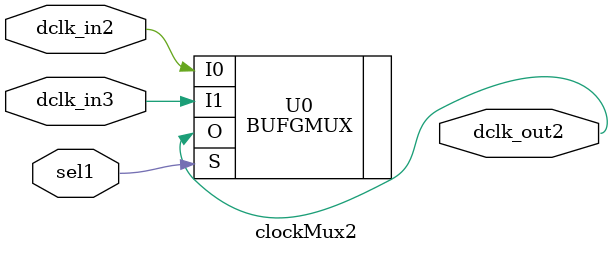
<source format=v>
`timescale 1ns / 1ps


module clockMux2(
    input dclk_in2,
    input dclk_in3,
    input sel1,
    output dclk_out2
    );
    

   BUFGMUX #(
   )  U0(
      .O(dclk_out2),   // 1-bit output: Clock output
      .I0(dclk_in2), // 1-bit input: Clock input (S=0)
      .I1(dclk_in3), // 1-bit input: Clock input (S=1)
      .S(sel1)    // 1-bit input: Clock select
   );


   // End of BUFGMUX_CTRL_inst instantiation
					
					
endmodule

</source>
